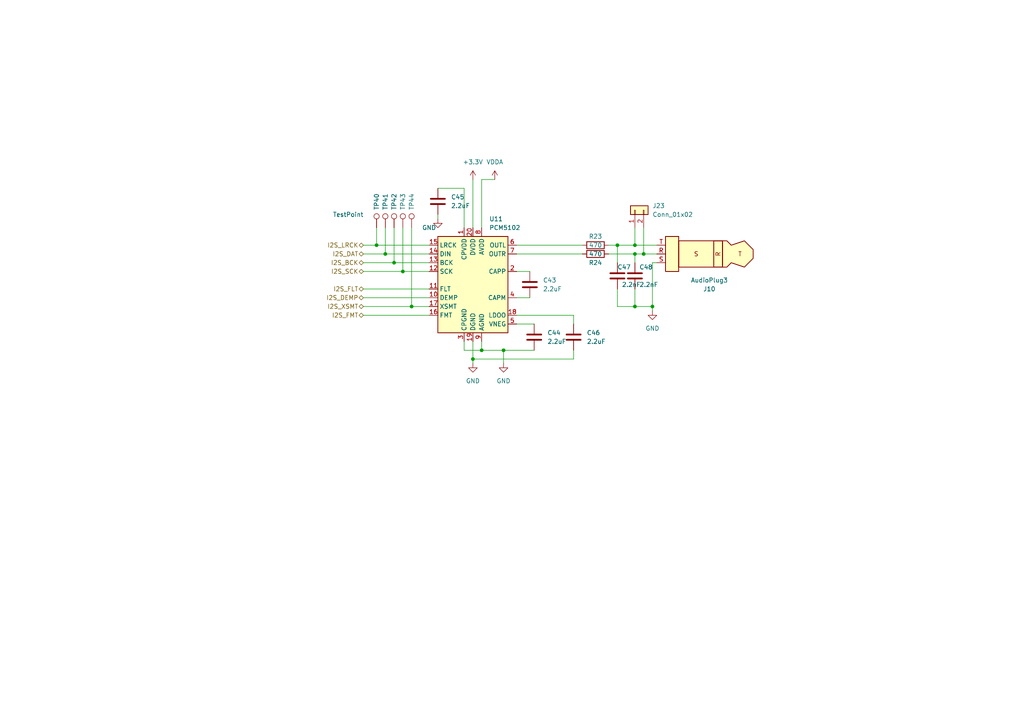
<source format=kicad_sch>
(kicad_sch (version 20230121) (generator eeschema)
  (paper "A4")
  (lib_symbols
    (symbol "Audio:PCM5102"
      (property "Reference" "U" (at -10.16 13.97 0))
      (property "Value" "PCM5102" (at 3.81 13.97 0))
      (symbol "PCM5102_0_1"
        (rectangle (start -10.16 12.7) (end 10.16 -15.24) (stroke (width 0.254)) (fill (type background)))
      )
      (symbol "PCM5102_1_1"
        (pin passive line (at -2.54 15.24 270) (length 2.54) (name "CPVDD") (number "1"))
        (pin input line (at -12.7 -5.08 0) (length 2.54) (name "DEMP") (number "10"))
        (pin input line (at -12.7 -2.54 0) (length 2.54) (name "FLT") (number "11"))
        (pin input line (at -12.7 2.54 0) (length 2.54) (name "SCK") (number "12"))
        (pin input line (at -12.7 5.08 0) (length 2.54) (name "BCK") (number "13"))
        (pin input line (at -12.7 7.62 0) (length 2.54) (name "DIN") (number "14"))
        (pin input line (at -12.7 10.16 0) (length 2.54) (name "LRCK") (number "15"))
        (pin input line (at -12.7 -10.16 0) (length 2.54) (name "FMT") (number "16"))
        (pin input line (at -12.7 -7.62 0) (length 2.54) (name "XSMT") (number "17"))
        (pin passive line (at 12.7 -10.16 180) (length 2.54) (name "LDOO") (number "18"))
        (pin power_in line (at 0 -17.78 90) (length 2.54) (name "DGND") (number "19"))
        (pin passive line (at 12.7 2.54 180) (length 2.54) (name "CAPP") (number "2"))
        (pin power_in line (at 0 15.24 270) (length 2.54) (name "DVDD") (number "20"))
        (pin power_in line (at -2.54 -17.78 90) (length 2.54) (name "CPGND") (number "3"))
        (pin passive line (at 12.7 -5.08 180) (length 2.54) (name "CAPM") (number "4"))
        (pin passive line (at 12.7 -12.7 180) (length 2.54) (name "VNEG") (number "5"))
        (pin output line (at 12.7 10.16 180) (length 2.54) (name "OUTL") (number "6"))
        (pin output line (at 12.7 7.62 180) (length 2.54) (name "OUTR") (number "7"))
        (pin power_in line (at 2.54 15.24 270) (length 2.54) (name "AVDD") (number "8"))
        (pin power_in line (at 2.54 -17.78 90) (length 2.54) (name "AGND") (number "9"))
      )
    )
    (symbol "Connector:TestPoint" (pin_numbers hide) (pin_names (offset 0.762) hide)
      (property "Reference" "TP" (at 0 6.858 0))
      (property "Value" "TestPoint" (at 0 5.08 0))
      (symbol "TestPoint_0_1"
        (circle (center 0 3.302) (radius 0.762))
      )
      (symbol "TestPoint_1_1"
        (pin passive line (at 0 0 90) (length 2.54) (name "1") (number "1"))
      )
    )
    (symbol "Connector_Audio:AudioPlug3"
      (property "Reference" "J" (at 1.27 6.35 0))
      (property "Value" "AudioPlug3" (at 1.27 -6.35 0))
      (symbol "AudioPlug3_0_0"
        (text "R" (at -2.54 0 900) (effects (font (size 1.27 1.27))))
      )
      (symbol "AudioPlug3_0_1"
        (rectangle (start -3.81 3.81) (end -1.27 -3.81) (stroke (width 0.254)))
        (rectangle (start -1.27 -1.27) (end -1.27 -1.27))
      )
      (symbol "AudioPlug3_1_0"
        (text "S" (at 3.81 0 0) (effects (font (size 1.27 1.27))))
        (text "T" (at -8.89 0 0) (effects (font (size 1.27 1.27))))
      )
      (symbol "AudioPlug3_1_1"
        (rectangle (start -3.81 3.81) (end 8.89 -3.81) (stroke (width 0.254)) (fill (type background)))
        (polyline (pts (xy -3.81 3.81) (xy -5.08 3.81) (xy -6.35 2.54) (xy -10.16 3.81) (xy -12.7 1.27) (xy -12.7 -1.27) (xy -10.16 -3.81) (xy -6.35 -2.54) (xy -5.08 -3.81) (xy -3.81 -3.81) (xy -3.81 3.81)) (stroke (width 0.254)) (fill (type background)))
        (rectangle (start 12.7 5.08) (end 8.89 -5.08) (stroke (width 0.254)) (fill (type background)))
        (pin passive line (at 15.24 0 180) (length 2.54) (name "~") (number "R"))
        (pin passive line (at 15.24 2.54 180) (length 2.54) (name "~") (number "S"))
        (pin passive line (at 15.24 -2.54 180) (length 2.54) (name "~") (number "T"))
      )
    )
    (symbol "Connector_Generic:Conn_01x02" (pin_names (offset 1.016) hide)
      (property "Reference" "J" (at 0 2.54 0))
      (property "Value" "Conn_01x02" (at 0 -5.08 0))
      (symbol "Conn_01x02_1_1"
        (rectangle (start -1.27 -2.413) (end 0 -2.667) (stroke (width 0.1524)))
        (rectangle (start -1.27 0.127) (end 0 -0.127) (stroke (width 0.1524)))
        (rectangle (start -1.27 1.27) (end 1.27 -3.81) (stroke (width 0.254)) (fill (type background)))
        (pin passive line (at -5.08 0 0) (length 3.81) (name "Pin_1") (number "1"))
        (pin passive line (at -5.08 -2.54 0) (length 3.81) (name "Pin_2") (number "2"))
      )
    )
    (symbol "Device:C" (pin_numbers hide) (pin_names (offset 0.254))
      (property "Reference" "C" (at 0.635 2.54 0))
      (property "Value" "C" (at 0.635 -2.54 0))
      (symbol "C_0_1"
        (polyline (pts (xy -2.032 -0.762) (xy 2.032 -0.762)) (stroke (width 0.508)))
        (polyline (pts (xy -2.032 0.762) (xy 2.032 0.762)) (stroke (width 0.508)))
      )
      (symbol "C_1_1"
        (pin passive line (at 0 3.81 270) (length 2.794) (name "~") (number "1"))
        (pin passive line (at 0 -3.81 90) (length 2.794) (name "~") (number "2"))
      )
    )
    (symbol "Device:R" (pin_numbers hide) (pin_names (offset 0))
      (property "Reference" "R" (at 2.032 0 90))
      (property "Value" "R" (at 0 0 90))
      (symbol "R_0_1"
        (rectangle (start -1.016 -2.54) (end 1.016 2.54) (stroke (width 0.254)))
      )
      (symbol "R_1_1"
        (pin passive line (at 0 3.81 270) (length 1.27) (name "~") (number "1"))
        (pin passive line (at 0 -3.81 90) (length 1.27) (name "~") (number "2"))
      )
    )
    (symbol "power:+3.3V" (power) (pin_names (offset 0))
      (property "Value" "+3.3V" (at 0 3.556 0))
      (symbol "+3.3V_0_1"
        (polyline (pts (xy -0.762 1.27) (xy 0 2.54)))
        (polyline (pts (xy 0 0) (xy 0 2.54)))
        (polyline (pts (xy 0 2.54) (xy 0.762 1.27)))
      )
      (symbol "+3.3V_1_1"
        (pin power_in line (at 0 0 90) (length 0) hide (name "+3.3V") (number "1"))
      )
    )
    (symbol "power:GND" (power) (pin_names (offset 0))
      (property "Value" "GND" (at 0 -3.81 0))
      (symbol "GND_0_1"
        (polyline (pts (xy 0 0) (xy 0 -1.27) (xy 1.27 -1.27) (xy 0 -2.54) (xy -1.27 -1.27) (xy 0 -1.27)))
      )
      (symbol "GND_1_1"
        (pin power_in line (at 0 0 270) (length 0) hide (name "GND") (number "1"))
      )
    )
    (symbol "power:VDDA" (power) (pin_names (offset 0))
      (property "Value" "VDDA" (at 0 3.81 0))
      (symbol "VDDA_0_1"
        (polyline (pts (xy -0.762 1.27) (xy 0 2.54)))
        (polyline (pts (xy 0 0) (xy 0 2.54)))
        (polyline (pts (xy 0 2.54) (xy 0.762 1.27)))
      )
      (symbol "VDDA_1_1"
        (pin power_in line (at 0 0 90) (length 0) hide (name "VDDA") (number "1"))
      )
    )
  )
  (junction (at 146.05 101.6))
  (junction (at 184.15 73.66))
  (junction (at 109.22 71.12))
  (junction (at 184.15 88.9))
  (junction (at 184.15 71.12))
  (junction (at 139.7 101.6))
  (junction (at 137.16 104.14))
  (junction (at 111.76 73.66))
  (junction (at 119.38 88.9))
  (junction (at 186.69 73.66))
  (junction (at 114.3 76.2))
  (junction (at 116.84 78.74))
  (junction (at 189.23 88.9))
  (junction (at 179.07 71.12))
  (wire (pts (xy 154.94 101.6) (xy 146.05 101.6)))
  (wire (pts (xy 111.76 73.66) (xy 124.46 73.66)))
  (wire (pts (xy 105.41 73.66) (xy 111.76 73.66)))
  (wire (pts (xy 137.16 52.07) (xy 137.16 66.04)))
  (wire (pts (xy 184.15 88.9) (xy 189.23 88.9)))
  (wire (pts (xy 149.86 93.98) (xy 154.94 93.98)))
  (wire (pts (xy 184.15 73.66) (xy 184.15 76.2)))
  (wire (pts (xy 105.41 76.2) (xy 114.3 76.2)))
  (wire (pts (xy 176.53 73.66) (xy 184.15 73.66)))
  (wire (pts (xy 105.41 71.12) (xy 109.22 71.12)))
  (wire (pts (xy 134.62 99.06) (xy 134.62 101.6)))
  (wire (pts (xy 179.07 71.12) (xy 179.07 76.2)))
  (wire (pts (xy 116.84 66.04) (xy 116.84 78.74)))
  (wire (pts (xy 179.07 83.82) (xy 179.07 88.9)))
  (wire (pts (xy 149.86 73.66) (xy 168.91 73.66)))
  (wire (pts (xy 166.37 91.44) (xy 166.37 93.98)))
  (wire (pts (xy 184.15 83.82) (xy 184.15 88.9)))
  (wire (pts (xy 166.37 101.6) (xy 166.37 104.14)))
  (wire (pts (xy 166.37 104.14) (xy 137.16 104.14)))
  (wire (pts (xy 149.86 78.74) (xy 153.67 78.74)))
  (wire (pts (xy 139.7 99.06) (xy 139.7 101.6)))
  (wire (pts (xy 137.16 104.14) (xy 137.16 105.41)))
  (wire (pts (xy 179.07 88.9) (xy 184.15 88.9)))
  (wire (pts (xy 139.7 66.04) (xy 139.7 52.07)))
  (wire (pts (xy 105.41 83.82) (xy 124.46 83.82)))
  (wire (pts (xy 137.16 99.06) (xy 137.16 104.14)))
  (wire (pts (xy 105.41 88.9) (xy 119.38 88.9)))
  (wire (pts (xy 149.86 71.12) (xy 168.91 71.12)))
  (wire (pts (xy 189.23 88.9) (xy 189.23 76.2)))
  (wire (pts (xy 127 54.61) (xy 134.62 54.61)))
  (wire (pts (xy 127 62.23) (xy 127 63.5)))
  (wire (pts (xy 186.69 73.66) (xy 190.5 73.66)))
  (wire (pts (xy 139.7 101.6) (xy 146.05 101.6)))
  (wire (pts (xy 109.22 71.12) (xy 124.46 71.12)))
  (wire (pts (xy 189.23 90.17) (xy 189.23 88.9)))
  (wire (pts (xy 105.41 86.36) (xy 124.46 86.36)))
  (wire (pts (xy 146.05 101.6) (xy 146.05 105.41)))
  (wire (pts (xy 189.23 76.2) (xy 190.5 76.2)))
  (wire (pts (xy 116.84 78.74) (xy 124.46 78.74)))
  (wire (pts (xy 184.15 71.12) (xy 190.5 71.12)))
  (wire (pts (xy 114.3 66.04) (xy 114.3 76.2)))
  (wire (pts (xy 114.3 76.2) (xy 124.46 76.2)))
  (wire (pts (xy 179.07 71.12) (xy 184.15 71.12)))
  (wire (pts (xy 119.38 88.9) (xy 124.46 88.9)))
  (wire (pts (xy 184.15 66.04) (xy 184.15 71.12)))
  (wire (pts (xy 186.69 66.04) (xy 186.69 73.66)))
  (wire (pts (xy 134.62 54.61) (xy 134.62 66.04)))
  (wire (pts (xy 111.76 66.04) (xy 111.76 73.66)))
  (wire (pts (xy 105.41 91.44) (xy 124.46 91.44)))
  (wire (pts (xy 184.15 73.66) (xy 186.69 73.66)))
  (wire (pts (xy 176.53 71.12) (xy 179.07 71.12)))
  (wire (pts (xy 134.62 101.6) (xy 139.7 101.6)))
  (wire (pts (xy 149.86 91.44) (xy 166.37 91.44)))
  (wire (pts (xy 119.38 66.04) (xy 119.38 88.9)))
  (wire (pts (xy 149.86 86.36) (xy 153.67 86.36)))
  (wire (pts (xy 139.7 52.07) (xy 143.51 52.07)))
  (wire (pts (xy 109.22 66.04) (xy 109.22 71.12)))
  (wire (pts (xy 105.41 78.74) (xy 116.84 78.74)))
  (hierarchical_label "I2S_LRCK" (shape bidirectional) (at 105.41 71.12 180))
  (hierarchical_label "I2S_DAT" (shape bidirectional) (at 105.41 73.66 180))
  (hierarchical_label "I2S_FLT" (shape bidirectional) (at 105.41 83.82 180))
  (hierarchical_label "I2S_FMT" (shape bidirectional) (at 105.41 91.44 180))
  (hierarchical_label "I2S_BCK" (shape bidirectional) (at 105.41 76.2 180))
  (hierarchical_label "I2S_SCK" (shape bidirectional) (at 105.41 78.74 180))
  (hierarchical_label "I2S_XSMT" (shape bidirectional) (at 105.41 88.9 180))
  (hierarchical_label "I2S_DEMP" (shape bidirectional) (at 105.41 86.36 180))
  (symbol (lib_id "power:+3.3V") (at 137.16 52.07 0) (unit 1)
    (property "Reference" "#PWR085" (effects hide))
    (property "Value" "+3.3V" (at 137.16 46.99 0))
  )
  (symbol (lib_id "power:GND") (at 137.16 105.41 0) (unit 1)
    (property "Reference" "#PWR083" (effects hide))
    (property "Value" "GND" (at 137.16 110.49 0))
  )
  (symbol (lib_id "Device:C") (at 127 58.42 0) (unit 1)
    (property "Reference" "C45" (at 130.81 57.15 0) (effects (justify left)))
    (property "Value" "2.2uF" (at 130.81 59.69 0) (effects (justify left)))
    (property "Footprint" "Capacitor_SMD:C_0603_1608Metric_Pad1.08x0.95mm_HandSolder" (effects hide))
  )
  (symbol (lib_id "Device:C") (at 154.94 97.79 0) (unit 1)
    (property "Reference" "C44" (at 158.75 96.52 0) (effects (justify left)))
    (property "Value" "2.2uF" (at 158.75 99.06 0) (effects (justify left)))
    (property "Footprint" "Capacitor_SMD:C_0603_1608Metric_Pad1.08x0.95mm_HandSolder" (effects hide))
  )
  (symbol (lib_id "Connector:TestPoint") (at 114.3 66.04 0) (unit 1)
    (property "Reference" "TP42" (at 114.3 60.96 90) (effects (justify left)))
    (property "Value" "TestPoint" (at 96.52 62.23 0) (effects (justify left)))
    (property "Footprint" "TestPoint:TestPoint_Pad_D1.0mm" (effects hide))
  )
  (symbol (lib_id "Device:R") (at 172.72 71.12 90) (unit 1)
    (property "Reference" "R23" (at 172.72 68.58 90))
    (property "Value" "470" (at 172.72 71.12 90))
    (property "Footprint" "Resistor_SMD:R_0603_1608Metric_Pad0.98x0.95mm_HandSolder" (effects hide))
  )
  (symbol (lib_id "Device:C") (at 184.15 80.01 0) (unit 1)
    (property "Reference" "C48" (at 185.42 77.47 0) (effects (justify left)))
    (property "Value" "2.2nF" (at 185.42 82.55 0) (effects (justify left)))
    (property "Footprint" "Capacitor_SMD:C_0603_1608Metric_Pad1.08x0.95mm_HandSolder" (effects hide))
  )
  (symbol (lib_id "Connector:TestPoint") (at 116.84 66.04 0) (unit 1)
    (property "Reference" "TP43" (at 116.84 60.96 90) (effects (justify left)))
    (property "Value" "TestPoint" (effects hide))
    (property "Footprint" "TestPoint:TestPoint_Pad_D1.0mm" (effects hide))
  )
  (symbol (lib_id "Connector:TestPoint") (at 111.76 66.04 0) (unit 1)
    (property "Reference" "TP41" (at 111.76 60.96 90) (effects (justify left)))
    (property "Value" "TestPoint" (effects hide))
    (property "Footprint" "TestPoint:TestPoint_Pad_D1.0mm" (effects hide))
  )
  (symbol (lib_id "Device:C") (at 179.07 80.01 0) (unit 1)
    (property "Reference" "C47" (at 179.07 77.47 0) (effects (justify left)))
    (property "Value" "2.2nF" (at 180.34 82.55 0) (effects (justify left)))
    (property "Footprint" "Capacitor_SMD:C_0603_1608Metric_Pad1.08x0.95mm_HandSolder" (effects hide))
  )
  (symbol (lib_id "Connector_Generic:Conn_01x02") (at 184.15 60.96 90) (unit 1)
    (property "Reference" "J23" (at 189.23 59.69 90) (effects (justify right)))
    (property "Value" "Conn_01x02" (at 189.23 62.23 90) (effects (justify right)))
    (property "Footprint" "Connector_PinHeader_2.54mm:PinHeader_1x02_P2.54mm_Vertical" (effects hide))
  )
  (symbol (lib_id "Connector:TestPoint") (at 109.22 66.04 0) (unit 1)
    (property "Reference" "TP40" (at 109.22 60.96 90) (effects (justify left)))
    (property "Value" "TestPoint" (effects hide))
    (property "Footprint" "TestPoint:TestPoint_Pad_D1.0mm" (effects hide))
  )
  (symbol (lib_id "Audio:PCM5102") (at 137.16 81.28 0) (unit 1)
    (property "Reference" "U11" (at 141.8941 63.5 0) (effects (justify left)))
    (property "Value" "PCM5102" (at 141.8941 66.04 0) (effects (justify left)))
    (property "Footprint" "Package_SO:TSSOP-20_4.4x6.5mm_P0.65mm" (effects hide))
    (property "Datasheet" "http://www.ti.com/lit/ds/symlink/pcm5102.pdf" (effects hide))
  )
  (symbol (lib_id "power:GND") (at 146.05 105.41 0) (unit 1)
    (property "Reference" "#PWR082" (effects hide))
    (property "Value" "GND" (at 146.05 110.49 0))
  )
  (symbol (lib_id "power:GND") (at 127 63.5 0) (unit 1)
    (property "Reference" "#PWR030" (effects hide))
    (property "Value" "GND" (at 124.46 66.04 0))
  )
  (symbol (lib_id "Connector:TestPoint") (at 119.38 66.04 0) (unit 1)
    (property "Reference" "TP44" (at 119.38 60.96 90) (effects (justify left)))
    (property "Value" "TestPoint" (effects hide))
    (property "Footprint" "TestPoint:TestPoint_Pad_D1.0mm" (effects hide))
  )
  (symbol (lib_id "Connector_Audio:AudioPlug3") (at 205.74 73.66 180) (unit 1)
    (property "Reference" "J10" (at 205.74 83.82 0))
    (property "Value" "AudioPlug3" (at 205.74 81.28 0))
    (property "Footprint" "Connector_Audio:Jack_3.5mm_CUI_SJ1-3523N_Horizontal" (effects hide))
    (instances (project "fpaa_esp32_badge" (path "" (reference "J10") (unit 1)) (path "" (reference "J20") (unit 1))))
  )
  (symbol (lib_id "Device:C") (at 153.67 82.55 0) (unit 1)
    (property "Reference" "C43" (at 157.48 81.28 0) (effects (justify left)))
    (property "Value" "2.2uF" (at 157.48 83.82 0) (effects (justify left)))
    (property "Footprint" "Capacitor_SMD:C_0603_1608Metric_Pad1.08x0.95mm_HandSolder" (effects hide))
  )
  (symbol (lib_id "power:VDDA") (at 143.51 52.07 0) (unit 1)
    (property "Reference" "#PWR086" (effects hide))
    (property "Value" "VDDA" (at 143.51 46.99 0))
  )
  (symbol (lib_id "Device:C") (at 166.37 97.79 0) (unit 1)
    (property "Reference" "C46" (at 170.18 96.52 0) (effects (justify left)))
    (property "Value" "2.2uF" (at 170.18 99.06 0) (effects (justify left)))
    (property "Footprint" "Capacitor_SMD:C_0603_1608Metric_Pad1.08x0.95mm_HandSolder" (effects hide))
  )
  (symbol (lib_id "Device:R") (at 172.72 73.66 90) (mirror x) (unit 1)
    (property "Reference" "R24" (at 172.72 76.2 90))
    (property "Value" "470" (at 172.72 73.66 90))
    (property "Footprint" "Resistor_SMD:R_0603_1608Metric_Pad0.98x0.95mm_HandSolder" (effects hide))
  )
  (symbol (lib_id "power:GND") (at 189.23 90.17 0) (unit 1)
    (property "Reference" "#PWR081" (effects hide))
    (property "Value" "GND" (at 189.23 95.25 0))
  )
)
</source>
